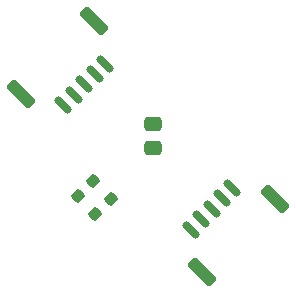
<source format=gbr>
%TF.GenerationSoftware,KiCad,Pcbnew,8.0.7*%
%TF.CreationDate,2025-03-05T23:48:34-06:00*%
%TF.ProjectId,MagEncoder,4d616745-6e63-46f6-9465-722e6b696361,rev?*%
%TF.SameCoordinates,Original*%
%TF.FileFunction,Paste,Bot*%
%TF.FilePolarity,Positive*%
%FSLAX46Y46*%
G04 Gerber Fmt 4.6, Leading zero omitted, Abs format (unit mm)*
G04 Created by KiCad (PCBNEW 8.0.7) date 2025-03-05 23:48:34*
%MOMM*%
%LPD*%
G01*
G04 APERTURE LIST*
G04 Aperture macros list*
%AMRoundRect*
0 Rectangle with rounded corners*
0 $1 Rounding radius*
0 $2 $3 $4 $5 $6 $7 $8 $9 X,Y pos of 4 corners*
0 Add a 4 corners polygon primitive as box body*
4,1,4,$2,$3,$4,$5,$6,$7,$8,$9,$2,$3,0*
0 Add four circle primitives for the rounded corners*
1,1,$1+$1,$2,$3*
1,1,$1+$1,$4,$5*
1,1,$1+$1,$6,$7*
1,1,$1+$1,$8,$9*
0 Add four rect primitives between the rounded corners*
20,1,$1+$1,$2,$3,$4,$5,0*
20,1,$1+$1,$4,$5,$6,$7,0*
20,1,$1+$1,$6,$7,$8,$9,0*
20,1,$1+$1,$8,$9,$2,$3,0*%
G04 Aperture macros list end*
%ADD10RoundRect,0.237500X-0.008839X-0.344715X0.344715X0.008839X0.008839X0.344715X-0.344715X-0.008839X0*%
%ADD11RoundRect,0.250000X-0.475000X0.337500X-0.475000X-0.337500X0.475000X-0.337500X0.475000X0.337500X0*%
%ADD12RoundRect,0.150000X-0.388909X0.601041X-0.601041X0.388909X0.388909X-0.601041X0.601041X-0.388909X0*%
%ADD13RoundRect,0.250000X-0.601041X0.954594X-0.954594X0.601041X0.601041X-0.954594X0.954594X-0.601041X0*%
%ADD14RoundRect,0.150000X0.388909X-0.601041X0.601041X-0.388909X-0.388909X0.601041X-0.601041X0.388909X0*%
%ADD15RoundRect,0.250000X0.601041X-0.954594X0.954594X-0.601041X-0.601041X0.954594X-0.954594X0.601041X0*%
G04 APERTURE END LIST*
D10*
%TO.C,R2*%
X140604765Y-100395235D03*
X141895235Y-99104765D03*
%TD*%
%TO.C,R1*%
X142104765Y-101895235D03*
X143395235Y-100604765D03*
%TD*%
D11*
%TO.C,C1*%
X147000000Y-94250000D03*
X147000000Y-96325000D03*
%TD*%
D12*
%TO.C,J2*%
X153709619Y-99674086D03*
X152825736Y-100557969D03*
X151941852Y-101441852D03*
X151057969Y-102325736D03*
X150174086Y-103209619D03*
D13*
X157280509Y-100628680D03*
X151128680Y-106780509D03*
%TD*%
D14*
%TO.C,J1*%
X139398726Y-92681601D03*
X140282609Y-91797718D03*
X141166493Y-90913835D03*
X142050376Y-90029951D03*
X142934259Y-89146068D03*
D15*
X135827836Y-91727007D03*
X141979665Y-85575178D03*
%TD*%
M02*

</source>
